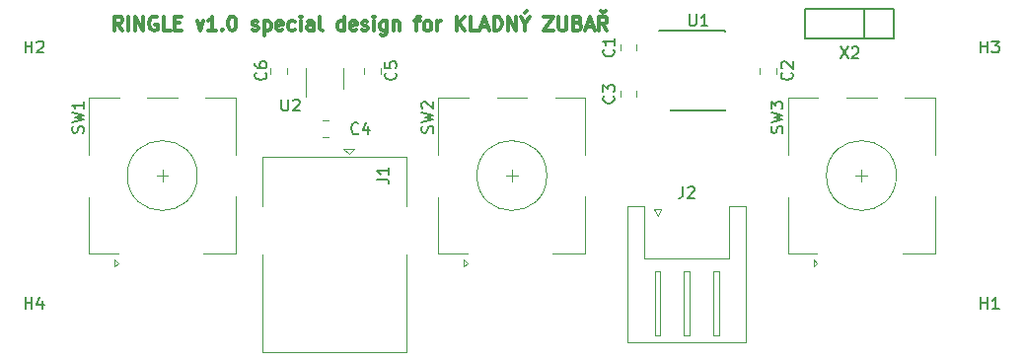
<source format=gbr>
G04 #@! TF.GenerationSoftware,KiCad,Pcbnew,5.0.2-bee76a0~70~ubuntu16.04.1*
G04 #@! TF.CreationDate,2019-03-20T11:43:52+01:00*
G04 #@! TF.ProjectId,controller,636f6e74-726f-46c6-9c65-722e6b696361,rev?*
G04 #@! TF.SameCoordinates,Original*
G04 #@! TF.FileFunction,Legend,Top*
G04 #@! TF.FilePolarity,Positive*
%FSLAX46Y46*%
G04 Gerber Fmt 4.6, Leading zero omitted, Abs format (unit mm)*
G04 Created by KiCad (PCBNEW 5.0.2-bee76a0~70~ubuntu16.04.1) date Wed 20 Mar 2019 11:43:52 AM CET*
%MOMM*%
%LPD*%
G01*
G04 APERTURE LIST*
%ADD10C,0.300000*%
%ADD11C,0.150000*%
%ADD12C,0.120000*%
G04 APERTURE END LIST*
D10*
X106571428Y-47542857D02*
X106171428Y-46971428D01*
X105885714Y-47542857D02*
X105885714Y-46342857D01*
X106342857Y-46342857D01*
X106457142Y-46400000D01*
X106514285Y-46457142D01*
X106571428Y-46571428D01*
X106571428Y-46742857D01*
X106514285Y-46857142D01*
X106457142Y-46914285D01*
X106342857Y-46971428D01*
X105885714Y-46971428D01*
X107085714Y-47542857D02*
X107085714Y-46342857D01*
X107657142Y-47542857D02*
X107657142Y-46342857D01*
X108342857Y-47542857D01*
X108342857Y-46342857D01*
X109542857Y-46400000D02*
X109428571Y-46342857D01*
X109257142Y-46342857D01*
X109085714Y-46400000D01*
X108971428Y-46514285D01*
X108914285Y-46628571D01*
X108857142Y-46857142D01*
X108857142Y-47028571D01*
X108914285Y-47257142D01*
X108971428Y-47371428D01*
X109085714Y-47485714D01*
X109257142Y-47542857D01*
X109371428Y-47542857D01*
X109542857Y-47485714D01*
X109600000Y-47428571D01*
X109600000Y-47028571D01*
X109371428Y-47028571D01*
X110685714Y-47542857D02*
X110114285Y-47542857D01*
X110114285Y-46342857D01*
X111085714Y-46914285D02*
X111485714Y-46914285D01*
X111657142Y-47542857D02*
X111085714Y-47542857D01*
X111085714Y-46342857D01*
X111657142Y-46342857D01*
X112971428Y-46742857D02*
X113257142Y-47542857D01*
X113542857Y-46742857D01*
X114628571Y-47542857D02*
X113942857Y-47542857D01*
X114285714Y-47542857D02*
X114285714Y-46342857D01*
X114171428Y-46514285D01*
X114057142Y-46628571D01*
X113942857Y-46685714D01*
X115142857Y-47428571D02*
X115200000Y-47485714D01*
X115142857Y-47542857D01*
X115085714Y-47485714D01*
X115142857Y-47428571D01*
X115142857Y-47542857D01*
X115942857Y-46342857D02*
X116057142Y-46342857D01*
X116171428Y-46400000D01*
X116228571Y-46457142D01*
X116285714Y-46571428D01*
X116342857Y-46800000D01*
X116342857Y-47085714D01*
X116285714Y-47314285D01*
X116228571Y-47428571D01*
X116171428Y-47485714D01*
X116057142Y-47542857D01*
X115942857Y-47542857D01*
X115828571Y-47485714D01*
X115771428Y-47428571D01*
X115714285Y-47314285D01*
X115657142Y-47085714D01*
X115657142Y-46800000D01*
X115714285Y-46571428D01*
X115771428Y-46457142D01*
X115828571Y-46400000D01*
X115942857Y-46342857D01*
X117714285Y-47485714D02*
X117828571Y-47542857D01*
X118057142Y-47542857D01*
X118171428Y-47485714D01*
X118228571Y-47371428D01*
X118228571Y-47314285D01*
X118171428Y-47200000D01*
X118057142Y-47142857D01*
X117885714Y-47142857D01*
X117771428Y-47085714D01*
X117714285Y-46971428D01*
X117714285Y-46914285D01*
X117771428Y-46800000D01*
X117885714Y-46742857D01*
X118057142Y-46742857D01*
X118171428Y-46800000D01*
X118742857Y-46742857D02*
X118742857Y-47942857D01*
X118742857Y-46800000D02*
X118857142Y-46742857D01*
X119085714Y-46742857D01*
X119200000Y-46800000D01*
X119257142Y-46857142D01*
X119314285Y-46971428D01*
X119314285Y-47314285D01*
X119257142Y-47428571D01*
X119200000Y-47485714D01*
X119085714Y-47542857D01*
X118857142Y-47542857D01*
X118742857Y-47485714D01*
X120285714Y-47485714D02*
X120171428Y-47542857D01*
X119942857Y-47542857D01*
X119828571Y-47485714D01*
X119771428Y-47371428D01*
X119771428Y-46914285D01*
X119828571Y-46800000D01*
X119942857Y-46742857D01*
X120171428Y-46742857D01*
X120285714Y-46800000D01*
X120342857Y-46914285D01*
X120342857Y-47028571D01*
X119771428Y-47142857D01*
X121371428Y-47485714D02*
X121257142Y-47542857D01*
X121028571Y-47542857D01*
X120914285Y-47485714D01*
X120857142Y-47428571D01*
X120800000Y-47314285D01*
X120800000Y-46971428D01*
X120857142Y-46857142D01*
X120914285Y-46800000D01*
X121028571Y-46742857D01*
X121257142Y-46742857D01*
X121371428Y-46800000D01*
X121885714Y-47542857D02*
X121885714Y-46742857D01*
X121885714Y-46342857D02*
X121828571Y-46400000D01*
X121885714Y-46457142D01*
X121942857Y-46400000D01*
X121885714Y-46342857D01*
X121885714Y-46457142D01*
X122971428Y-47542857D02*
X122971428Y-46914285D01*
X122914285Y-46800000D01*
X122800000Y-46742857D01*
X122571428Y-46742857D01*
X122457142Y-46800000D01*
X122971428Y-47485714D02*
X122857142Y-47542857D01*
X122571428Y-47542857D01*
X122457142Y-47485714D01*
X122400000Y-47371428D01*
X122400000Y-47257142D01*
X122457142Y-47142857D01*
X122571428Y-47085714D01*
X122857142Y-47085714D01*
X122971428Y-47028571D01*
X123714285Y-47542857D02*
X123600000Y-47485714D01*
X123542857Y-47371428D01*
X123542857Y-46342857D01*
X125600000Y-47542857D02*
X125600000Y-46342857D01*
X125600000Y-47485714D02*
X125485714Y-47542857D01*
X125257142Y-47542857D01*
X125142857Y-47485714D01*
X125085714Y-47428571D01*
X125028571Y-47314285D01*
X125028571Y-46971428D01*
X125085714Y-46857142D01*
X125142857Y-46800000D01*
X125257142Y-46742857D01*
X125485714Y-46742857D01*
X125600000Y-46800000D01*
X126628571Y-47485714D02*
X126514285Y-47542857D01*
X126285714Y-47542857D01*
X126171428Y-47485714D01*
X126114285Y-47371428D01*
X126114285Y-46914285D01*
X126171428Y-46800000D01*
X126285714Y-46742857D01*
X126514285Y-46742857D01*
X126628571Y-46800000D01*
X126685714Y-46914285D01*
X126685714Y-47028571D01*
X126114285Y-47142857D01*
X127142857Y-47485714D02*
X127257142Y-47542857D01*
X127485714Y-47542857D01*
X127600000Y-47485714D01*
X127657142Y-47371428D01*
X127657142Y-47314285D01*
X127600000Y-47200000D01*
X127485714Y-47142857D01*
X127314285Y-47142857D01*
X127200000Y-47085714D01*
X127142857Y-46971428D01*
X127142857Y-46914285D01*
X127200000Y-46800000D01*
X127314285Y-46742857D01*
X127485714Y-46742857D01*
X127600000Y-46800000D01*
X128171428Y-47542857D02*
X128171428Y-46742857D01*
X128171428Y-46342857D02*
X128114285Y-46400000D01*
X128171428Y-46457142D01*
X128228571Y-46400000D01*
X128171428Y-46342857D01*
X128171428Y-46457142D01*
X129257142Y-46742857D02*
X129257142Y-47714285D01*
X129200000Y-47828571D01*
X129142857Y-47885714D01*
X129028571Y-47942857D01*
X128857142Y-47942857D01*
X128742857Y-47885714D01*
X129257142Y-47485714D02*
X129142857Y-47542857D01*
X128914285Y-47542857D01*
X128800000Y-47485714D01*
X128742857Y-47428571D01*
X128685714Y-47314285D01*
X128685714Y-46971428D01*
X128742857Y-46857142D01*
X128800000Y-46800000D01*
X128914285Y-46742857D01*
X129142857Y-46742857D01*
X129257142Y-46800000D01*
X129828571Y-46742857D02*
X129828571Y-47542857D01*
X129828571Y-46857142D02*
X129885714Y-46800000D01*
X130000000Y-46742857D01*
X130171428Y-46742857D01*
X130285714Y-46800000D01*
X130342857Y-46914285D01*
X130342857Y-47542857D01*
X131657142Y-46742857D02*
X132114285Y-46742857D01*
X131828571Y-47542857D02*
X131828571Y-46514285D01*
X131885714Y-46400000D01*
X132000000Y-46342857D01*
X132114285Y-46342857D01*
X132685714Y-47542857D02*
X132571428Y-47485714D01*
X132514285Y-47428571D01*
X132457142Y-47314285D01*
X132457142Y-46971428D01*
X132514285Y-46857142D01*
X132571428Y-46800000D01*
X132685714Y-46742857D01*
X132857142Y-46742857D01*
X132971428Y-46800000D01*
X133028571Y-46857142D01*
X133085714Y-46971428D01*
X133085714Y-47314285D01*
X133028571Y-47428571D01*
X132971428Y-47485714D01*
X132857142Y-47542857D01*
X132685714Y-47542857D01*
X133600000Y-47542857D02*
X133600000Y-46742857D01*
X133600000Y-46971428D02*
X133657142Y-46857142D01*
X133714285Y-46800000D01*
X133828571Y-46742857D01*
X133942857Y-46742857D01*
X135257142Y-47542857D02*
X135257142Y-46342857D01*
X135942857Y-47542857D02*
X135428571Y-46857142D01*
X135942857Y-46342857D02*
X135257142Y-47028571D01*
X137028571Y-47542857D02*
X136457142Y-47542857D01*
X136457142Y-46342857D01*
X137371428Y-47200000D02*
X137942857Y-47200000D01*
X137257142Y-47542857D02*
X137657142Y-46342857D01*
X138057142Y-47542857D01*
X138457142Y-47542857D02*
X138457142Y-46342857D01*
X138742857Y-46342857D01*
X138914285Y-46400000D01*
X139028571Y-46514285D01*
X139085714Y-46628571D01*
X139142857Y-46857142D01*
X139142857Y-47028571D01*
X139085714Y-47257142D01*
X139028571Y-47371428D01*
X138914285Y-47485714D01*
X138742857Y-47542857D01*
X138457142Y-47542857D01*
X139657142Y-47542857D02*
X139657142Y-46342857D01*
X140342857Y-47542857D01*
X140342857Y-46342857D01*
X141142857Y-46971428D02*
X141142857Y-47542857D01*
X140742857Y-46342857D02*
X141142857Y-46971428D01*
X141542857Y-46342857D01*
X141257142Y-45885714D02*
X141085714Y-46057142D01*
X142742857Y-46342857D02*
X143542857Y-46342857D01*
X142742857Y-47542857D01*
X143542857Y-47542857D01*
X144000000Y-46342857D02*
X144000000Y-47314285D01*
X144057142Y-47428571D01*
X144114285Y-47485714D01*
X144228571Y-47542857D01*
X144457142Y-47542857D01*
X144571428Y-47485714D01*
X144628571Y-47428571D01*
X144685714Y-47314285D01*
X144685714Y-46342857D01*
X145657142Y-46914285D02*
X145828571Y-46971428D01*
X145885714Y-47028571D01*
X145942857Y-47142857D01*
X145942857Y-47314285D01*
X145885714Y-47428571D01*
X145828571Y-47485714D01*
X145714285Y-47542857D01*
X145257142Y-47542857D01*
X145257142Y-46342857D01*
X145657142Y-46342857D01*
X145771428Y-46400000D01*
X145828571Y-46457142D01*
X145885714Y-46571428D01*
X145885714Y-46685714D01*
X145828571Y-46800000D01*
X145771428Y-46857142D01*
X145657142Y-46914285D01*
X145257142Y-46914285D01*
X146400000Y-47200000D02*
X146971428Y-47200000D01*
X146285714Y-47542857D02*
X146685714Y-46342857D01*
X147085714Y-47542857D01*
X148171428Y-47542857D02*
X147771428Y-46971428D01*
X147485714Y-47542857D02*
X147485714Y-46342857D01*
X147942857Y-46342857D01*
X148057142Y-46400000D01*
X148114285Y-46457142D01*
X148171428Y-46571428D01*
X148171428Y-46742857D01*
X148114285Y-46857142D01*
X148057142Y-46914285D01*
X147942857Y-46971428D01*
X147485714Y-46971428D01*
X147600000Y-45885714D02*
X147828571Y-46057142D01*
X148057142Y-45885714D01*
D11*
G04 #@! TO.C,U1*
X158325000Y-47550000D02*
X158325000Y-47650000D01*
X158325000Y-54375000D02*
X158325000Y-54350000D01*
X153675000Y-54375000D02*
X153675000Y-54350000D01*
X152600000Y-47550000D02*
X158325000Y-47550000D01*
X153675000Y-54375000D02*
X158325000Y-54375000D01*
D12*
G04 #@! TO.C,J1*
X130910000Y-62660000D02*
X130910000Y-58400000D01*
X130910000Y-58400000D02*
X118590000Y-58400000D01*
X118590000Y-58400000D02*
X118590000Y-62660000D01*
X130910000Y-66760000D02*
X130910000Y-75120000D01*
X130910000Y-75120000D02*
X118590000Y-75120000D01*
X118590000Y-75120000D02*
X118590000Y-66760000D01*
X126000000Y-58180000D02*
X126500000Y-57680000D01*
X126500000Y-57680000D02*
X125500000Y-57680000D01*
X125500000Y-57680000D02*
X126000000Y-58180000D01*
G04 #@! TO.C,C1*
X150710000Y-49261252D02*
X150710000Y-48738748D01*
X149290000Y-49261252D02*
X149290000Y-48738748D01*
G04 #@! TO.C,C2*
X162710000Y-50738748D02*
X162710000Y-51261252D01*
X161290000Y-50738748D02*
X161290000Y-51261252D01*
G04 #@! TO.C,C3*
X150710000Y-53261252D02*
X150710000Y-52738748D01*
X149290000Y-53261252D02*
X149290000Y-52738748D01*
G04 #@! TO.C,C4*
X124286252Y-56710000D02*
X123763748Y-56710000D01*
X124286252Y-55290000D02*
X123763748Y-55290000D01*
G04 #@! TO.C,C5*
X128710000Y-50738748D02*
X128710000Y-51261252D01*
X127290000Y-50738748D02*
X127290000Y-51261252D01*
G04 #@! TO.C,C6*
X119290000Y-50763748D02*
X119290000Y-51286252D01*
X120710000Y-50763748D02*
X120710000Y-51286252D01*
G04 #@! TO.C,J2*
X155000000Y-74310000D02*
X149940000Y-74310000D01*
X149940000Y-74310000D02*
X149940000Y-62590000D01*
X149940000Y-62590000D02*
X151360000Y-62590000D01*
X151360000Y-62590000D02*
X151360000Y-67090000D01*
X151360000Y-67090000D02*
X155000000Y-67090000D01*
X155000000Y-74310000D02*
X160060000Y-74310000D01*
X160060000Y-74310000D02*
X160060000Y-62590000D01*
X160060000Y-62590000D02*
X158640000Y-62590000D01*
X158640000Y-62590000D02*
X158640000Y-67090000D01*
X158640000Y-67090000D02*
X155000000Y-67090000D01*
X152250000Y-68200000D02*
X152250000Y-73700000D01*
X152250000Y-73700000D02*
X152750000Y-73700000D01*
X152750000Y-73700000D02*
X152750000Y-68200000D01*
X152750000Y-68200000D02*
X152250000Y-68200000D01*
X154750000Y-68200000D02*
X154750000Y-73700000D01*
X154750000Y-73700000D02*
X155250000Y-73700000D01*
X155250000Y-73700000D02*
X155250000Y-68200000D01*
X155250000Y-68200000D02*
X154750000Y-68200000D01*
X157250000Y-68200000D02*
X157250000Y-73700000D01*
X157250000Y-73700000D02*
X157750000Y-73700000D01*
X157750000Y-73700000D02*
X157750000Y-68200000D01*
X157750000Y-68200000D02*
X157250000Y-68200000D01*
X152500000Y-63500000D02*
X152200000Y-62900000D01*
X152200000Y-62900000D02*
X152800000Y-62900000D01*
X152800000Y-62900000D02*
X152500000Y-63500000D01*
G04 #@! TO.C,SW1*
X110000000Y-60500000D02*
X110000000Y-59500000D01*
X109500000Y-60000000D02*
X110500000Y-60000000D01*
X113700000Y-53300000D02*
X116300000Y-53300000D01*
X108700000Y-53300000D02*
X111300000Y-53300000D01*
X103700000Y-53300000D02*
X106300000Y-53300000D01*
X105900000Y-67200000D02*
X106200000Y-67500000D01*
X105900000Y-67800000D02*
X105900000Y-67200000D01*
X106200000Y-67500000D02*
X105900000Y-67800000D01*
X103700000Y-66700000D02*
X106200000Y-66700000D01*
X103700000Y-61900000D02*
X103700000Y-66700000D01*
X116300000Y-66700000D02*
X113500000Y-66700000D01*
X116300000Y-61800000D02*
X116300000Y-66700000D01*
X116300000Y-53300000D02*
X116300000Y-58200000D01*
X103700000Y-58200000D02*
X103700000Y-53300000D01*
X113000000Y-60000000D02*
G75*
G03X113000000Y-60000000I-3000000J0D01*
G01*
G04 #@! TO.C,SW2*
X143000000Y-60000000D02*
G75*
G03X143000000Y-60000000I-3000000J0D01*
G01*
X133700000Y-58200000D02*
X133700000Y-53300000D01*
X146300000Y-53300000D02*
X146300000Y-58200000D01*
X146300000Y-61800000D02*
X146300000Y-66700000D01*
X146300000Y-66700000D02*
X143500000Y-66700000D01*
X133700000Y-61900000D02*
X133700000Y-66700000D01*
X133700000Y-66700000D02*
X136200000Y-66700000D01*
X136200000Y-67500000D02*
X135900000Y-67800000D01*
X135900000Y-67800000D02*
X135900000Y-67200000D01*
X135900000Y-67200000D02*
X136200000Y-67500000D01*
X133700000Y-53300000D02*
X136300000Y-53300000D01*
X138700000Y-53300000D02*
X141300000Y-53300000D01*
X143700000Y-53300000D02*
X146300000Y-53300000D01*
X139500000Y-60000000D02*
X140500000Y-60000000D01*
X140000000Y-60500000D02*
X140000000Y-59500000D01*
G04 #@! TO.C,SW3*
X170000000Y-60500000D02*
X170000000Y-59500000D01*
X169500000Y-60000000D02*
X170500000Y-60000000D01*
X173700000Y-53300000D02*
X176300000Y-53300000D01*
X168700000Y-53300000D02*
X171300000Y-53300000D01*
X163700000Y-53300000D02*
X166300000Y-53300000D01*
X165900000Y-67200000D02*
X166200000Y-67500000D01*
X165900000Y-67800000D02*
X165900000Y-67200000D01*
X166200000Y-67500000D02*
X165900000Y-67800000D01*
X163700000Y-66700000D02*
X166200000Y-66700000D01*
X163700000Y-61900000D02*
X163700000Y-66700000D01*
X176300000Y-66700000D02*
X173500000Y-66700000D01*
X176300000Y-61800000D02*
X176300000Y-66700000D01*
X176300000Y-53300000D02*
X176300000Y-58200000D01*
X163700000Y-58200000D02*
X163700000Y-53300000D01*
X173000000Y-60000000D02*
G75*
G03X173000000Y-60000000I-3000000J0D01*
G01*
G04 #@! TO.C,U2*
X125560000Y-52550000D02*
X125560000Y-50750000D01*
X122340000Y-50750000D02*
X122340000Y-53200000D01*
D11*
G04 #@! TO.C,X2*
X170270000Y-48270000D02*
X170270000Y-45730000D01*
X172810000Y-48270000D02*
X165190000Y-48270000D01*
X165190000Y-48270000D02*
X165190000Y-45730000D01*
X165190000Y-45730000D02*
X172810000Y-45730000D01*
X172810000Y-45730000D02*
X172810000Y-48270000D01*
G04 #@! TO.C,U1*
X155238095Y-46152380D02*
X155238095Y-46961904D01*
X155285714Y-47057142D01*
X155333333Y-47104761D01*
X155428571Y-47152380D01*
X155619047Y-47152380D01*
X155714285Y-47104761D01*
X155761904Y-47057142D01*
X155809523Y-46961904D01*
X155809523Y-46152380D01*
X156809523Y-47152380D02*
X156238095Y-47152380D01*
X156523809Y-47152380D02*
X156523809Y-46152380D01*
X156428571Y-46295238D01*
X156333333Y-46390476D01*
X156238095Y-46438095D01*
G04 #@! TO.C,J1*
X128452380Y-60333333D02*
X129166666Y-60333333D01*
X129309523Y-60380952D01*
X129404761Y-60476190D01*
X129452380Y-60619047D01*
X129452380Y-60714285D01*
X129452380Y-59333333D02*
X129452380Y-59904761D01*
X129452380Y-59619047D02*
X128452380Y-59619047D01*
X128595238Y-59714285D01*
X128690476Y-59809523D01*
X128738095Y-59904761D01*
G04 #@! TO.C,C1*
X148707142Y-49166666D02*
X148754761Y-49214285D01*
X148802380Y-49357142D01*
X148802380Y-49452380D01*
X148754761Y-49595238D01*
X148659523Y-49690476D01*
X148564285Y-49738095D01*
X148373809Y-49785714D01*
X148230952Y-49785714D01*
X148040476Y-49738095D01*
X147945238Y-49690476D01*
X147850000Y-49595238D01*
X147802380Y-49452380D01*
X147802380Y-49357142D01*
X147850000Y-49214285D01*
X147897619Y-49166666D01*
X148802380Y-48214285D02*
X148802380Y-48785714D01*
X148802380Y-48500000D02*
X147802380Y-48500000D01*
X147945238Y-48595238D01*
X148040476Y-48690476D01*
X148088095Y-48785714D01*
G04 #@! TO.C,C2*
X164007142Y-51166666D02*
X164054761Y-51214285D01*
X164102380Y-51357142D01*
X164102380Y-51452380D01*
X164054761Y-51595238D01*
X163959523Y-51690476D01*
X163864285Y-51738095D01*
X163673809Y-51785714D01*
X163530952Y-51785714D01*
X163340476Y-51738095D01*
X163245238Y-51690476D01*
X163150000Y-51595238D01*
X163102380Y-51452380D01*
X163102380Y-51357142D01*
X163150000Y-51214285D01*
X163197619Y-51166666D01*
X163197619Y-50785714D02*
X163150000Y-50738095D01*
X163102380Y-50642857D01*
X163102380Y-50404761D01*
X163150000Y-50309523D01*
X163197619Y-50261904D01*
X163292857Y-50214285D01*
X163388095Y-50214285D01*
X163530952Y-50261904D01*
X164102380Y-50833333D01*
X164102380Y-50214285D01*
G04 #@! TO.C,C3*
X148707142Y-53166666D02*
X148754761Y-53214285D01*
X148802380Y-53357142D01*
X148802380Y-53452380D01*
X148754761Y-53595238D01*
X148659523Y-53690476D01*
X148564285Y-53738095D01*
X148373809Y-53785714D01*
X148230952Y-53785714D01*
X148040476Y-53738095D01*
X147945238Y-53690476D01*
X147850000Y-53595238D01*
X147802380Y-53452380D01*
X147802380Y-53357142D01*
X147850000Y-53214285D01*
X147897619Y-53166666D01*
X147802380Y-52833333D02*
X147802380Y-52214285D01*
X148183333Y-52547619D01*
X148183333Y-52404761D01*
X148230952Y-52309523D01*
X148278571Y-52261904D01*
X148373809Y-52214285D01*
X148611904Y-52214285D01*
X148707142Y-52261904D01*
X148754761Y-52309523D01*
X148802380Y-52404761D01*
X148802380Y-52690476D01*
X148754761Y-52785714D01*
X148707142Y-52833333D01*
G04 #@! TO.C,C4*
X126833333Y-56357142D02*
X126785714Y-56404761D01*
X126642857Y-56452380D01*
X126547619Y-56452380D01*
X126404761Y-56404761D01*
X126309523Y-56309523D01*
X126261904Y-56214285D01*
X126214285Y-56023809D01*
X126214285Y-55880952D01*
X126261904Y-55690476D01*
X126309523Y-55595238D01*
X126404761Y-55500000D01*
X126547619Y-55452380D01*
X126642857Y-55452380D01*
X126785714Y-55500000D01*
X126833333Y-55547619D01*
X127690476Y-55785714D02*
X127690476Y-56452380D01*
X127452380Y-55404761D02*
X127214285Y-56119047D01*
X127833333Y-56119047D01*
G04 #@! TO.C,C5*
X130007142Y-51166666D02*
X130054761Y-51214285D01*
X130102380Y-51357142D01*
X130102380Y-51452380D01*
X130054761Y-51595238D01*
X129959523Y-51690476D01*
X129864285Y-51738095D01*
X129673809Y-51785714D01*
X129530952Y-51785714D01*
X129340476Y-51738095D01*
X129245238Y-51690476D01*
X129150000Y-51595238D01*
X129102380Y-51452380D01*
X129102380Y-51357142D01*
X129150000Y-51214285D01*
X129197619Y-51166666D01*
X129102380Y-50261904D02*
X129102380Y-50738095D01*
X129578571Y-50785714D01*
X129530952Y-50738095D01*
X129483333Y-50642857D01*
X129483333Y-50404761D01*
X129530952Y-50309523D01*
X129578571Y-50261904D01*
X129673809Y-50214285D01*
X129911904Y-50214285D01*
X130007142Y-50261904D01*
X130054761Y-50309523D01*
X130102380Y-50404761D01*
X130102380Y-50642857D01*
X130054761Y-50738095D01*
X130007142Y-50785714D01*
G04 #@! TO.C,C6*
X118857142Y-51166666D02*
X118904761Y-51214285D01*
X118952380Y-51357142D01*
X118952380Y-51452380D01*
X118904761Y-51595238D01*
X118809523Y-51690476D01*
X118714285Y-51738095D01*
X118523809Y-51785714D01*
X118380952Y-51785714D01*
X118190476Y-51738095D01*
X118095238Y-51690476D01*
X118000000Y-51595238D01*
X117952380Y-51452380D01*
X117952380Y-51357142D01*
X118000000Y-51214285D01*
X118047619Y-51166666D01*
X117952380Y-50309523D02*
X117952380Y-50500000D01*
X118000000Y-50595238D01*
X118047619Y-50642857D01*
X118190476Y-50738095D01*
X118380952Y-50785714D01*
X118761904Y-50785714D01*
X118857142Y-50738095D01*
X118904761Y-50690476D01*
X118952380Y-50595238D01*
X118952380Y-50404761D01*
X118904761Y-50309523D01*
X118857142Y-50261904D01*
X118761904Y-50214285D01*
X118523809Y-50214285D01*
X118428571Y-50261904D01*
X118380952Y-50309523D01*
X118333333Y-50404761D01*
X118333333Y-50595238D01*
X118380952Y-50690476D01*
X118428571Y-50738095D01*
X118523809Y-50785714D01*
G04 #@! TO.C,H1*
X180238095Y-71452380D02*
X180238095Y-70452380D01*
X180238095Y-70928571D02*
X180809523Y-70928571D01*
X180809523Y-71452380D02*
X180809523Y-70452380D01*
X181809523Y-71452380D02*
X181238095Y-71452380D01*
X181523809Y-71452380D02*
X181523809Y-70452380D01*
X181428571Y-70595238D01*
X181333333Y-70690476D01*
X181238095Y-70738095D01*
G04 #@! TO.C,H2*
X98238095Y-49452380D02*
X98238095Y-48452380D01*
X98238095Y-48928571D02*
X98809523Y-48928571D01*
X98809523Y-49452380D02*
X98809523Y-48452380D01*
X99238095Y-48547619D02*
X99285714Y-48500000D01*
X99380952Y-48452380D01*
X99619047Y-48452380D01*
X99714285Y-48500000D01*
X99761904Y-48547619D01*
X99809523Y-48642857D01*
X99809523Y-48738095D01*
X99761904Y-48880952D01*
X99190476Y-49452380D01*
X99809523Y-49452380D01*
G04 #@! TO.C,H3*
X180238095Y-49452380D02*
X180238095Y-48452380D01*
X180238095Y-48928571D02*
X180809523Y-48928571D01*
X180809523Y-49452380D02*
X180809523Y-48452380D01*
X181190476Y-48452380D02*
X181809523Y-48452380D01*
X181476190Y-48833333D01*
X181619047Y-48833333D01*
X181714285Y-48880952D01*
X181761904Y-48928571D01*
X181809523Y-49023809D01*
X181809523Y-49261904D01*
X181761904Y-49357142D01*
X181714285Y-49404761D01*
X181619047Y-49452380D01*
X181333333Y-49452380D01*
X181238095Y-49404761D01*
X181190476Y-49357142D01*
G04 #@! TO.C,H4*
X98238095Y-71452380D02*
X98238095Y-70452380D01*
X98238095Y-70928571D02*
X98809523Y-70928571D01*
X98809523Y-71452380D02*
X98809523Y-70452380D01*
X99714285Y-70785714D02*
X99714285Y-71452380D01*
X99476190Y-70404761D02*
X99238095Y-71119047D01*
X99857142Y-71119047D01*
G04 #@! TO.C,J2*
X154666666Y-60952380D02*
X154666666Y-61666666D01*
X154619047Y-61809523D01*
X154523809Y-61904761D01*
X154380952Y-61952380D01*
X154285714Y-61952380D01*
X155095238Y-61047619D02*
X155142857Y-61000000D01*
X155238095Y-60952380D01*
X155476190Y-60952380D01*
X155571428Y-61000000D01*
X155619047Y-61047619D01*
X155666666Y-61142857D01*
X155666666Y-61238095D01*
X155619047Y-61380952D01*
X155047619Y-61952380D01*
X155666666Y-61952380D01*
G04 #@! TO.C,SW1*
X103204761Y-56333333D02*
X103252380Y-56190476D01*
X103252380Y-55952380D01*
X103204761Y-55857142D01*
X103157142Y-55809523D01*
X103061904Y-55761904D01*
X102966666Y-55761904D01*
X102871428Y-55809523D01*
X102823809Y-55857142D01*
X102776190Y-55952380D01*
X102728571Y-56142857D01*
X102680952Y-56238095D01*
X102633333Y-56285714D01*
X102538095Y-56333333D01*
X102442857Y-56333333D01*
X102347619Y-56285714D01*
X102300000Y-56238095D01*
X102252380Y-56142857D01*
X102252380Y-55904761D01*
X102300000Y-55761904D01*
X102252380Y-55428571D02*
X103252380Y-55190476D01*
X102538095Y-55000000D01*
X103252380Y-54809523D01*
X102252380Y-54571428D01*
X103252380Y-53666666D02*
X103252380Y-54238095D01*
X103252380Y-53952380D02*
X102252380Y-53952380D01*
X102395238Y-54047619D01*
X102490476Y-54142857D01*
X102538095Y-54238095D01*
G04 #@! TO.C,SW2*
X133204761Y-56333333D02*
X133252380Y-56190476D01*
X133252380Y-55952380D01*
X133204761Y-55857142D01*
X133157142Y-55809523D01*
X133061904Y-55761904D01*
X132966666Y-55761904D01*
X132871428Y-55809523D01*
X132823809Y-55857142D01*
X132776190Y-55952380D01*
X132728571Y-56142857D01*
X132680952Y-56238095D01*
X132633333Y-56285714D01*
X132538095Y-56333333D01*
X132442857Y-56333333D01*
X132347619Y-56285714D01*
X132300000Y-56238095D01*
X132252380Y-56142857D01*
X132252380Y-55904761D01*
X132300000Y-55761904D01*
X132252380Y-55428571D02*
X133252380Y-55190476D01*
X132538095Y-55000000D01*
X133252380Y-54809523D01*
X132252380Y-54571428D01*
X132347619Y-54238095D02*
X132300000Y-54190476D01*
X132252380Y-54095238D01*
X132252380Y-53857142D01*
X132300000Y-53761904D01*
X132347619Y-53714285D01*
X132442857Y-53666666D01*
X132538095Y-53666666D01*
X132680952Y-53714285D01*
X133252380Y-54285714D01*
X133252380Y-53666666D01*
G04 #@! TO.C,SW3*
X163204761Y-56333333D02*
X163252380Y-56190476D01*
X163252380Y-55952380D01*
X163204761Y-55857142D01*
X163157142Y-55809523D01*
X163061904Y-55761904D01*
X162966666Y-55761904D01*
X162871428Y-55809523D01*
X162823809Y-55857142D01*
X162776190Y-55952380D01*
X162728571Y-56142857D01*
X162680952Y-56238095D01*
X162633333Y-56285714D01*
X162538095Y-56333333D01*
X162442857Y-56333333D01*
X162347619Y-56285714D01*
X162300000Y-56238095D01*
X162252380Y-56142857D01*
X162252380Y-55904761D01*
X162300000Y-55761904D01*
X162252380Y-55428571D02*
X163252380Y-55190476D01*
X162538095Y-55000000D01*
X163252380Y-54809523D01*
X162252380Y-54571428D01*
X162252380Y-54285714D02*
X162252380Y-53666666D01*
X162633333Y-54000000D01*
X162633333Y-53857142D01*
X162680952Y-53761904D01*
X162728571Y-53714285D01*
X162823809Y-53666666D01*
X163061904Y-53666666D01*
X163157142Y-53714285D01*
X163204761Y-53761904D01*
X163252380Y-53857142D01*
X163252380Y-54142857D01*
X163204761Y-54238095D01*
X163157142Y-54285714D01*
G04 #@! TO.C,U2*
X120238095Y-53452380D02*
X120238095Y-54261904D01*
X120285714Y-54357142D01*
X120333333Y-54404761D01*
X120428571Y-54452380D01*
X120619047Y-54452380D01*
X120714285Y-54404761D01*
X120761904Y-54357142D01*
X120809523Y-54261904D01*
X120809523Y-53452380D01*
X121238095Y-53547619D02*
X121285714Y-53500000D01*
X121380952Y-53452380D01*
X121619047Y-53452380D01*
X121714285Y-53500000D01*
X121761904Y-53547619D01*
X121809523Y-53642857D01*
X121809523Y-53738095D01*
X121761904Y-53880952D01*
X121190476Y-54452380D01*
X121809523Y-54452380D01*
G04 #@! TO.C,X2*
X168190476Y-48952380D02*
X168857142Y-49952380D01*
X168857142Y-48952380D02*
X168190476Y-49952380D01*
X169190476Y-49047619D02*
X169238095Y-49000000D01*
X169333333Y-48952380D01*
X169571428Y-48952380D01*
X169666666Y-49000000D01*
X169714285Y-49047619D01*
X169761904Y-49142857D01*
X169761904Y-49238095D01*
X169714285Y-49380952D01*
X169142857Y-49952380D01*
X169761904Y-49952380D01*
G04 #@! TD*
M02*

</source>
